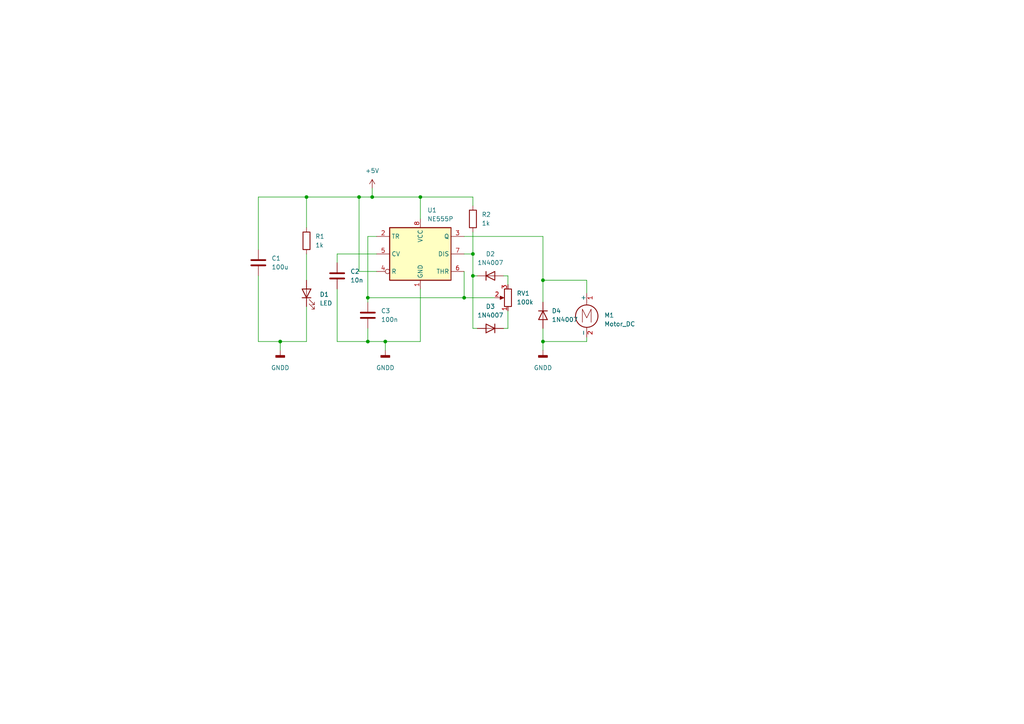
<source format=kicad_sch>
(kicad_sch (version 20211123) (generator eeschema)
  (paper "A4")
  (lib_symbols
    (symbol "Device:C" (pin_numbers hide) (pin_names (offset 0.254))
      (property "Reference" "C" (at 0.635 2.54 0))
      (property "Value" "C" (at 0.635 -2.54 0))
      (symbol "C_0_1"
        (polyline (pts (xy -2.032 -0.762) (xy 2.032 -0.762)) (stroke (width 0.508)))
        (polyline (pts (xy -2.032 0.762) (xy 2.032 0.762)) (stroke (width 0.508)))
      )
      (symbol "C_1_1"
        (pin passive line (at 0 3.81 270) (length 2.794) (name "~") (number "1"))
        (pin passive line (at 0 -3.81 90) (length 2.794) (name "~") (number "2"))
      )
    )
    (symbol "Device:LED" (pin_numbers hide) (pin_names (offset 1.016) hide)
      (property "Reference" "D" (at 0 2.54 0))
      (property "Value" "LED" (at 0 -2.54 0))
      (symbol "LED_0_1"
        (polyline (pts (xy -1.27 -1.27) (xy -1.27 1.27)) (stroke (width 0.254)))
        (polyline (pts (xy -1.27 0) (xy 1.27 0)))
        (polyline (pts (xy 1.27 -1.27) (xy 1.27 1.27) (xy -1.27 0) (xy 1.27 -1.27)) (stroke (width 0.254)))
        (polyline (pts (xy -3.048 -0.762) (xy -4.572 -2.286) (xy -3.81 -2.286) (xy -4.572 -2.286) (xy -4.572 -1.524)))
        (polyline (pts (xy -1.778 -0.762) (xy -3.302 -2.286) (xy -2.54 -2.286) (xy -3.302 -2.286) (xy -3.302 -1.524)))
      )
      (symbol "LED_1_1"
        (pin passive line (at -3.81 0 0) (length 2.54) (name "K") (number "1"))
        (pin passive line (at 3.81 0 180) (length 2.54) (name "A") (number "2"))
      )
    )
    (symbol "Device:R" (pin_numbers hide) (pin_names (offset 0))
      (property "Reference" "R" (at 2.032 0 90))
      (property "Value" "R" (at 0 0 90))
      (symbol "R_0_1"
        (rectangle (start -1.016 -2.54) (end 1.016 2.54) (stroke (width 0.254)))
      )
      (symbol "R_1_1"
        (pin passive line (at 0 3.81 270) (length 1.27) (name "~") (number "1"))
        (pin passive line (at 0 -3.81 90) (length 1.27) (name "~") (number "2"))
      )
    )
    (symbol "Device:R_Potentiometer" (pin_names (offset 1.016) hide)
      (property "Reference" "RV" (at -4.445 0 90))
      (property "Value" "R_Potentiometer" (at -2.54 0 90))
      (symbol "R_Potentiometer_0_1"
        (polyline (pts (xy 2.54 0) (xy 1.524 0)))
        (polyline (pts (xy 1.143 0) (xy 2.286 0.508) (xy 2.286 -0.508) (xy 1.143 0)) (fill (type outline)))
        (rectangle (start 1.016 2.54) (end -1.016 -2.54) (stroke (width 0.254)))
      )
      (symbol "R_Potentiometer_1_1"
        (pin passive line (at 0 3.81 270) (length 1.27) (name "1") (number "1"))
        (pin passive line (at 3.81 0 180) (length 1.27) (name "2") (number "2"))
        (pin passive line (at 0 -3.81 90) (length 1.27) (name "3") (number "3"))
      )
    )
    (symbol "Diode:1N4007" (pin_numbers hide) (pin_names (offset 1.016) hide)
      (property "Reference" "D" (at 0 2.54 0))
      (property "Value" "1N4007" (at 0 -2.54 0))
      (symbol "1N4007_0_1"
        (polyline (pts (xy -1.27 1.27) (xy -1.27 -1.27)) (stroke (width 0.254)))
        (polyline (pts (xy 1.27 0) (xy -1.27 0)))
        (polyline (pts (xy 1.27 1.27) (xy 1.27 -1.27) (xy -1.27 0) (xy 1.27 1.27)) (stroke (width 0.254)))
      )
      (symbol "1N4007_1_1"
        (pin passive line (at -3.81 0 0) (length 2.54) (name "K") (number "1"))
        (pin passive line (at 3.81 0 180) (length 2.54) (name "A") (number "2"))
      )
    )
    (symbol "Motor:Motor_DC" (pin_names (offset 0))
      (property "Reference" "M" (at 2.54 2.54 0))
      (property "Value" "Motor_DC" (at 2.54 -5.08 0))
      (symbol "Motor_DC_0_0"
        (polyline (pts (xy -1.27 -3.302) (xy -1.27 0.508) (xy 0 -2.032) (xy 1.27 0.508) (xy 1.27 -3.302)))
      )
      (symbol "Motor_DC_0_1"
        (circle (center 0 -1.524) (radius 3.2512) (stroke (width 0.254)))
        (polyline (pts (xy 0 -7.62) (xy 0 -7.112)))
        (polyline (pts (xy 0 -4.7752) (xy 0 -5.1816)))
        (polyline (pts (xy 0 1.7272) (xy 0 2.0828)))
        (polyline (pts (xy 0 2.032) (xy 0 2.54)))
      )
      (symbol "Motor_DC_1_1"
        (pin passive line (at 0 5.08 270) (length 2.54) (name "+") (number "1"))
        (pin passive line (at 0 -7.62 90) (length 2.54) (name "-") (number "2"))
      )
    )
    (symbol "Timer:NE555P"
      (property "Reference" "U" (at -10.16 8.89 0))
      (property "Value" "NE555P" (at 2.54 8.89 0))
      (symbol "NE555P_0_0"
        (pin power_in line (at 0 -10.16 90) (length 2.54) (name "GND") (number "1"))
        (pin power_in line (at 0 10.16 270) (length 2.54) (name "VCC") (number "8"))
      )
      (symbol "NE555P_0_1"
        (rectangle (start -8.89 -7.62) (end 8.89 7.62) (stroke (width 0.254)) (fill (type background)))
        (rectangle (start -8.89 -7.62) (end 8.89 7.62) (stroke (width 0.254)) (fill (type background)))
      )
      (symbol "NE555P_1_1"
        (pin input line (at -12.7 5.08 0) (length 3.81) (name "TR") (number "2"))
        (pin output line (at 12.7 5.08 180) (length 3.81) (name "Q") (number "3"))
        (pin input inverted (at -12.7 -5.08 0) (length 3.81) (name "R") (number "4"))
        (pin input line (at -12.7 0 0) (length 3.81) (name "CV") (number "5"))
        (pin input line (at 12.7 -5.08 180) (length 3.81) (name "THR") (number "6"))
        (pin input line (at 12.7 0 180) (length 3.81) (name "DIS") (number "7"))
      )
    )
    (symbol "power:+5V" (power) (pin_names (offset 0))
      (property "Value" "+5V" (at 0 3.556 0))
      (symbol "+5V_0_1"
        (polyline (pts (xy -0.762 1.27) (xy 0 2.54)))
        (polyline (pts (xy 0 0) (xy 0 2.54)))
        (polyline (pts (xy 0 2.54) (xy 0.762 1.27)))
      )
      (symbol "+5V_1_1"
        (pin power_in line (at 0 0 90) (length 0) hide (name "+5V") (number "1"))
      )
    )
    (symbol "power:GNDD" (power) (pin_names (offset 0))
      (property "Value" "GNDD" (at 0 -3.175 0))
      (symbol "GNDD_0_1"
        (rectangle (start -1.27 -1.524) (end 1.27 -2.032) (stroke (width 0.254)) (fill (type outline)))
        (polyline (pts (xy 0 0) (xy 0 -1.524)))
      )
      (symbol "GNDD_1_1"
        (pin power_in line (at 0 0 270) (length 0) hide (name "GNDD") (number "1"))
      )
    )
  )
  (junction (at 121.92 57.15))
  (junction (at 106.68 86.36))
  (junction (at 88.9 57.15))
  (junction (at 157.48 99.06))
  (junction (at 104.14 57.15))
  (junction (at 111.76 99.06))
  (junction (at 81.28 99.06))
  (junction (at 106.68 99.06))
  (junction (at 137.16 80.01))
  (junction (at 107.95 57.15))
  (junction (at 157.48 81.28))
  (junction (at 137.16 73.66))
  (junction (at 134.62 86.36))
  (wire (pts (xy 147.32 95.25) (xy 147.32 90.17)))
  (wire (pts (xy 97.79 73.66) (xy 97.79 76.2)))
  (wire (pts (xy 137.16 80.01) (xy 137.16 73.66)))
  (wire (pts (xy 109.22 73.66) (xy 97.79 73.66)))
  (wire (pts (xy 137.16 57.15) (xy 121.92 57.15)))
  (wire (pts (xy 134.62 86.36) (xy 143.51 86.36)))
  (wire (pts (xy 134.62 78.74) (xy 134.62 86.36)))
  (wire (pts (xy 146.05 80.01) (xy 147.32 80.01)))
  (wire (pts (xy 97.79 83.82) (xy 97.79 99.06)))
  (wire (pts (xy 146.05 95.25) (xy 147.32 95.25)))
  (wire (pts (xy 107.95 57.15) (xy 121.92 57.15)))
  (wire (pts (xy 88.9 57.15) (xy 88.9 66.04)))
  (wire (pts (xy 137.16 80.01) (xy 137.16 95.25)))
  (wire (pts (xy 157.48 68.58) (xy 157.48 81.28)))
  (wire (pts (xy 170.18 97.79) (xy 170.18 99.06)))
  (wire (pts (xy 81.28 99.06) (xy 88.9 99.06)))
  (wire (pts (xy 107.95 54.61) (xy 107.95 57.15)))
  (wire (pts (xy 74.93 99.06) (xy 81.28 99.06)))
  (wire (pts (xy 121.92 99.06) (xy 111.76 99.06)))
  (wire (pts (xy 104.14 57.15) (xy 104.14 78.74)))
  (wire (pts (xy 147.32 80.01) (xy 147.32 82.55)))
  (wire (pts (xy 88.9 88.9) (xy 88.9 99.06)))
  (wire (pts (xy 157.48 95.25) (xy 157.48 99.06)))
  (wire (pts (xy 88.9 73.66) (xy 88.9 81.28)))
  (wire (pts (xy 104.14 57.15) (xy 107.95 57.15)))
  (wire (pts (xy 137.16 67.31) (xy 137.16 73.66)))
  (wire (pts (xy 109.22 68.58) (xy 106.68 68.58)))
  (wire (pts (xy 121.92 83.82) (xy 121.92 99.06)))
  (wire (pts (xy 170.18 81.28) (xy 157.48 81.28)))
  (wire (pts (xy 106.68 99.06) (xy 106.68 95.25)))
  (wire (pts (xy 138.43 80.01) (xy 137.16 80.01)))
  (wire (pts (xy 134.62 68.58) (xy 157.48 68.58)))
  (wire (pts (xy 109.22 78.74) (xy 104.14 78.74)))
  (wire (pts (xy 138.43 95.25) (xy 137.16 95.25)))
  (wire (pts (xy 106.68 87.63) (xy 106.68 86.36)))
  (wire (pts (xy 157.48 81.28) (xy 157.48 87.63)))
  (wire (pts (xy 134.62 86.36) (xy 106.68 86.36)))
  (wire (pts (xy 137.16 59.69) (xy 137.16 57.15)))
  (wire (pts (xy 170.18 99.06) (xy 157.48 99.06)))
  (wire (pts (xy 74.93 80.01) (xy 74.93 99.06)))
  (wire (pts (xy 88.9 57.15) (xy 104.14 57.15)))
  (wire (pts (xy 111.76 99.06) (xy 106.68 99.06)))
  (wire (pts (xy 74.93 72.39) (xy 74.93 57.15)))
  (wire (pts (xy 97.79 99.06) (xy 106.68 99.06)))
  (wire (pts (xy 106.68 68.58) (xy 106.68 86.36)))
  (wire (pts (xy 111.76 99.06) (xy 111.76 101.6)))
  (wire (pts (xy 121.92 57.15) (xy 121.92 63.5)))
  (wire (pts (xy 134.62 73.66) (xy 137.16 73.66)))
  (wire (pts (xy 81.28 99.06) (xy 81.28 101.6)))
  (wire (pts (xy 170.18 85.09) (xy 170.18 81.28)))
  (wire (pts (xy 157.48 99.06) (xy 157.48 101.6)))
  (wire (pts (xy 74.93 57.15) (xy 88.9 57.15)))
  (symbol (lib_id "Diode:1N4007") (at 142.24 95.25 180) (unit 1)
    (property "Reference" "D3" (at 142.24 88.9 0))
    (property "Value" "1N4007" (at 142.24 91.44 0))
    (property "Footprint" "Diode_THT:D_DO-41_SOD81_P10.16mm_Horizontal" (effects hide))
    (property "Datasheet" "http://www.vishay.com/docs/88503/1n4001.pdf" (effects hide))
  )
  (symbol (lib_id "power:GNDD") (at 157.48 101.6 0) (unit 1)
    (property "Reference" "#PWR05" (effects hide))
    (property "Value" "GNDD" (at 157.48 106.68 0))
  )
  (symbol (lib_id "Device:LED") (at 88.9 85.09 90) (unit 1)
    (property "Reference" "D1" (at 92.71 85.4074 90) (effects (justify right)))
    (property "Value" "LED" (at 92.71 87.9474 90) (effects (justify right)))
    (property "Footprint" "LED_THT:LED_D3.0mm" (effects hide))
  )
  (symbol (lib_id "power:+5V") (at 107.95 54.61 0) (unit 1)
    (property "Reference" "#PWR0101" (effects hide))
    (property "Value" "+5V" (at 107.95 49.53 0))
  )
  (symbol (lib_id "Device:C") (at 97.79 80.01 0) (unit 1)
    (property "Reference" "C2" (at 101.6 78.7399 0) (effects (justify left)))
    (property "Value" "10n" (at 101.6 81.2799 0) (effects (justify left)))
    (property "Footprint" "Capacitor_THT:C_Disc_D5.1mm_W3.2mm_P5.00mm" (effects hide))
  )
  (symbol (lib_id "power:GNDD") (at 81.28 101.6 0) (unit 1)
    (property "Reference" "#PWR01" (effects hide))
    (property "Value" "GNDD" (at 81.28 106.68 0))
  )
  (symbol (lib_id "Motor:Motor_DC") (at 170.18 90.17 0) (unit 1)
    (property "Reference" "M1" (at 175.26 91.4399 0) (effects (justify left)))
    (property "Value" "Motor_DC" (at 175.26 93.9799 0) (effects (justify left)))
    (property "Footprint" "Connector_PinHeader_2.54mm:PinHeader_1x02_P2.54mm_Vertical" (effects hide))
  )
  (symbol (lib_id "Device:R") (at 137.16 63.5 0) (unit 1)
    (property "Reference" "R2" (at 139.7 62.2299 0) (effects (justify left)))
    (property "Value" "1k" (at 139.7 64.7699 0) (effects (justify left)))
    (property "Footprint" "Resistor_THT:R_Axial_DIN0309_L9.0mm_D3.2mm_P15.24mm_Horizontal" (effects hide))
  )
  (symbol (lib_id "power:GNDD") (at 111.76 101.6 0) (unit 1)
    (property "Reference" "#PWR03" (effects hide))
    (property "Value" "GNDD" (at 111.76 106.68 0))
  )
  (symbol (lib_id "Device:C") (at 74.93 76.2 0) (unit 1)
    (property "Reference" "C1" (at 78.74 74.9299 0) (effects (justify left)))
    (property "Value" "100u" (at 78.74 77.4699 0) (effects (justify left)))
    (property "Footprint" "Capacitor_THT:CP_Radial_D8.0mm_P5.00mm" (effects hide))
  )
  (symbol (lib_id "Timer:NE555P") (at 121.92 73.66 0) (unit 1)
    (property "Reference" "U1" (at 123.9394 60.96 0) (effects (justify left)))
    (property "Value" "NE555P" (at 123.9394 63.5 0) (effects (justify left)))
    (property "Footprint" "Package_DIP:DIP-8_W7.62mm_LongPads" (effects hide))
    (property "Datasheet" "http://www.ti.com/lit/ds/symlink/ne555.pdf" (effects hide))
  )
  (symbol (lib_id "Device:C") (at 106.68 91.44 0) (unit 1)
    (property "Reference" "C3" (at 110.49 90.1699 0) (effects (justify left)))
    (property "Value" "100n" (at 110.49 92.7099 0) (effects (justify left)))
    (property "Footprint" "Capacitor_THT:C_Disc_D5.1mm_W3.2mm_P5.00mm" (effects hide))
  )
  (symbol (lib_id "Diode:1N4007") (at 157.48 91.44 270) (unit 1)
    (property "Reference" "D4" (at 160.02 90.1699 90) (effects (justify left)))
    (property "Value" "1N4007" (at 160.02 92.7099 90) (effects (justify left)))
    (property "Footprint" "Diode_THT:D_DO-41_SOD81_P10.16mm_Horizontal" (effects hide))
    (property "Datasheet" "http://www.vishay.com/docs/88503/1n4001.pdf" (effects hide))
  )
  (symbol (lib_id "Device:R_Potentiometer") (at 147.32 86.36 180) (unit 1)
    (property "Reference" "RV1" (at 149.86 85.0899 0) (effects (justify right)))
    (property "Value" "100k" (at 149.86 87.6299 0) (effects (justify right)))
    (property "Footprint" "Potentiometer_THT:Potentiometer_Alps_RK163_Single_Horizontal" (effects hide))
  )
  (symbol (lib_id "Device:R") (at 88.9 69.85 0) (unit 1)
    (property "Reference" "R1" (at 91.44 68.5799 0) (effects (justify left)))
    (property "Value" "1k" (at 91.44 71.1199 0) (effects (justify left)))
    (property "Footprint" "Resistor_THT:R_Axial_DIN0309_L9.0mm_D3.2mm_P15.24mm_Horizontal" (effects hide))
  )
  (symbol (lib_id "Diode:1N4007") (at 142.24 80.01 0) (unit 1)
    (property "Reference" "D2" (at 142.24 73.66 0))
    (property "Value" "1N4007" (at 142.24 76.2 0))
    (property "Footprint" "Diode_THT:D_DO-41_SOD81_P10.16mm_Horizontal" (effects hide))
    (property "Datasheet" "http://www.vishay.com/docs/88503/1n4001.pdf" (effects hide))
  )
)
</source>
